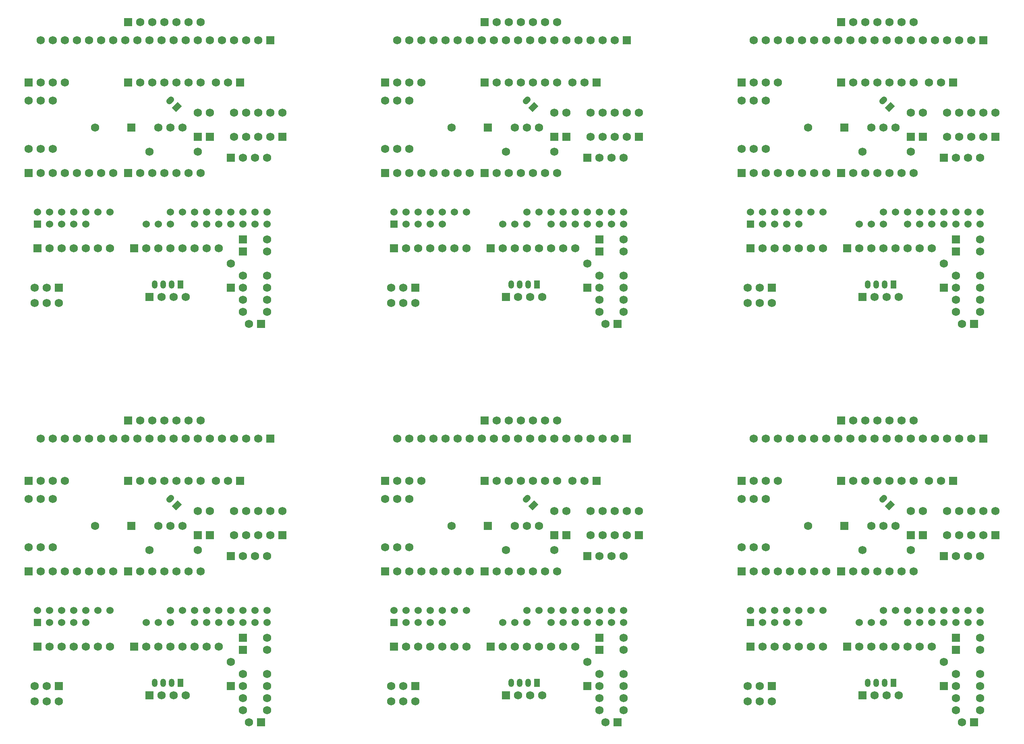
<source format=gbr>
G04 #@! TF.FileFunction,Copper,L1,Top,Signal*
%FSLAX46Y46*%
G04 Gerber Fmt 4.6, Leading zero omitted, Abs format (unit mm)*
G04 Created by KiCad (PCBNEW 4.0.7-e2-6376~58~ubuntu16.04.1) date Mon Dec 10 15:36:52 2018*
%MOMM*%
%LPD*%
G01*
G04 APERTURE LIST*
%ADD10C,0.100000*%
%ADD11R,1.750000X1.750000*%
%ADD12C,1.750000*%
%ADD13R,1.524000X1.524000*%
%ADD14C,1.524000*%
%ADD15C,1.250000*%
%ADD16O,1.200000X1.750000*%
%ADD17R,1.200000X1.750000*%
%ADD18C,0.500000*%
G04 APERTURE END LIST*
D10*
D11*
X31750000Y-146050000D03*
D12*
X34290000Y-146050000D03*
X36830000Y-146050000D03*
X39370000Y-146050000D03*
X41910000Y-146050000D03*
X44450000Y-146050000D03*
X46990000Y-146050000D03*
X49530000Y-146050000D03*
D11*
X80645000Y-177800000D03*
D12*
X78105000Y-177800000D03*
D11*
X76835000Y-160020000D03*
D12*
X81915000Y-160020000D03*
D11*
X74295000Y-170180000D03*
D12*
X74295000Y-165100000D03*
D13*
X33655000Y-156845000D03*
D14*
X33655000Y-154305000D03*
X36195000Y-156845000D03*
X36195000Y-154305000D03*
X38735000Y-156845000D03*
X38735000Y-154305000D03*
X41275000Y-156845000D03*
X41275000Y-154305000D03*
X43815000Y-156845000D03*
X43815000Y-154305000D03*
X46355000Y-154305000D03*
X48895000Y-154305000D03*
X56515000Y-156845000D03*
X59055000Y-156845000D03*
X61595000Y-156845000D03*
X61595000Y-154305000D03*
X64135000Y-154305000D03*
X66675000Y-156845000D03*
X66675000Y-154305000D03*
X69215000Y-156845000D03*
X69215000Y-154305000D03*
X71755000Y-156845000D03*
X71755000Y-154305000D03*
X74295000Y-156845000D03*
X74295000Y-154305000D03*
X76835000Y-156845000D03*
X76835000Y-154305000D03*
X79375000Y-156845000D03*
X79375000Y-154305000D03*
X81915000Y-156845000D03*
X81915000Y-154305000D03*
D11*
X33655000Y-161925000D03*
D12*
X36195000Y-161925000D03*
X38735000Y-161925000D03*
X41275000Y-161925000D03*
X43815000Y-161925000D03*
X46355000Y-161925000D03*
X48895000Y-161925000D03*
D11*
X53975000Y-161925000D03*
D12*
X56515000Y-161925000D03*
X59055000Y-161925000D03*
X61595000Y-161925000D03*
X64135000Y-161925000D03*
X66675000Y-161925000D03*
X69215000Y-161925000D03*
X71755000Y-161925000D03*
D11*
X57125660Y-172155429D03*
D12*
X59665660Y-172155429D03*
X62205660Y-172155429D03*
X64745660Y-172155429D03*
X35572764Y-173407606D03*
X33032764Y-173407606D03*
X38112764Y-173407606D03*
X61595000Y-136525000D03*
X59055000Y-136525000D03*
X64135000Y-136525000D03*
X67310000Y-141605000D03*
X57150000Y-141605000D03*
X31750000Y-140970000D03*
X31750000Y-130810000D03*
X34290000Y-140970000D03*
X34290000Y-130810000D03*
X36830000Y-140970000D03*
X36830000Y-130810000D03*
D11*
X31750000Y-127000000D03*
D12*
X34290000Y-127000000D03*
X36830000Y-127000000D03*
X39370000Y-127000000D03*
D11*
X52705000Y-127000000D03*
D12*
X55245000Y-127000000D03*
X57785000Y-127000000D03*
X60325000Y-127000000D03*
X62865000Y-127000000D03*
X65405000Y-127000000D03*
X67945000Y-127000000D03*
D11*
X76200000Y-127000000D03*
D12*
X73660000Y-127000000D03*
X71120000Y-127000000D03*
D11*
X38112765Y-170232605D03*
D12*
X35572765Y-170232605D03*
X33032765Y-170232605D03*
D11*
X67310000Y-138430000D03*
D12*
X67310000Y-133350000D03*
D11*
X85090000Y-138430000D03*
D12*
X85090000Y-133350000D03*
D10*
G36*
X64009080Y-131986643D02*
X62771643Y-133224080D01*
X61887760Y-132340197D01*
X63125197Y-131102760D01*
X64009080Y-131986643D01*
X64009080Y-131986643D01*
G37*
D15*
X61334803Y-130903357D02*
X61688357Y-130549803D01*
D11*
X82550000Y-118110000D03*
D12*
X80010000Y-118110000D03*
X77470000Y-118110000D03*
X74930000Y-118110000D03*
X72390000Y-118110000D03*
X69850000Y-118110000D03*
X67310000Y-118110000D03*
X64770000Y-118110000D03*
X62230000Y-118110000D03*
X59690000Y-118110000D03*
X57150000Y-118110000D03*
X54610000Y-118110000D03*
X52070000Y-118110000D03*
X49530000Y-118110000D03*
X46990000Y-118110000D03*
X44450000Y-118110000D03*
X41910000Y-118110000D03*
X39370000Y-118110000D03*
X36830000Y-118110000D03*
X34290000Y-118110000D03*
D11*
X52705000Y-114300000D03*
D12*
X55245000Y-114300000D03*
X57785000Y-114300000D03*
X60325000Y-114300000D03*
X62865000Y-114300000D03*
X65405000Y-114300000D03*
X67945000Y-114300000D03*
D11*
X69850000Y-138430000D03*
D12*
X74930000Y-138430000D03*
X77470000Y-138430000D03*
X80010000Y-138430000D03*
X82550000Y-138430000D03*
X82550000Y-133350000D03*
X80010000Y-133350000D03*
X77470000Y-133350000D03*
X74930000Y-133350000D03*
X69850000Y-133350000D03*
D11*
X52705000Y-146050000D03*
D12*
X55245000Y-146050000D03*
X57785000Y-146050000D03*
X60325000Y-146050000D03*
X62865000Y-146050000D03*
X65405000Y-146050000D03*
X67945000Y-146050000D03*
D11*
X74295000Y-142875000D03*
D12*
X76835000Y-142875000D03*
X79375000Y-142875000D03*
X81915000Y-142875000D03*
D11*
X76835000Y-162560000D03*
D12*
X76835000Y-167640000D03*
X76835000Y-170180000D03*
X76835000Y-172720000D03*
X76835000Y-175260000D03*
X81915000Y-175260000D03*
X81915000Y-172720000D03*
X81915000Y-170180000D03*
X81915000Y-167640000D03*
X81915000Y-162560000D03*
D16*
X58260000Y-169545000D03*
D17*
X63660000Y-169545000D03*
D16*
X61860000Y-169545000D03*
X60060000Y-169545000D03*
D11*
X53340000Y-136525000D03*
D12*
X45720000Y-136525000D03*
D11*
X128270000Y-136525000D03*
D12*
X120650000Y-136525000D03*
D16*
X133190000Y-169545000D03*
D17*
X138590000Y-169545000D03*
D16*
X136790000Y-169545000D03*
X134990000Y-169545000D03*
D11*
X151765000Y-162560000D03*
D12*
X151765000Y-167640000D03*
X151765000Y-170180000D03*
X151765000Y-172720000D03*
X151765000Y-175260000D03*
X156845000Y-175260000D03*
X156845000Y-172720000D03*
X156845000Y-170180000D03*
X156845000Y-167640000D03*
X156845000Y-162560000D03*
D11*
X149225000Y-142875000D03*
D12*
X151765000Y-142875000D03*
X154305000Y-142875000D03*
X156845000Y-142875000D03*
D11*
X127635000Y-146050000D03*
D12*
X130175000Y-146050000D03*
X132715000Y-146050000D03*
X135255000Y-146050000D03*
X137795000Y-146050000D03*
X140335000Y-146050000D03*
X142875000Y-146050000D03*
D11*
X144780000Y-138430000D03*
D12*
X149860000Y-138430000D03*
X152400000Y-138430000D03*
X154940000Y-138430000D03*
X157480000Y-138430000D03*
X157480000Y-133350000D03*
X154940000Y-133350000D03*
X152400000Y-133350000D03*
X149860000Y-133350000D03*
X144780000Y-133350000D03*
D11*
X127635000Y-114300000D03*
D12*
X130175000Y-114300000D03*
X132715000Y-114300000D03*
X135255000Y-114300000D03*
X137795000Y-114300000D03*
X140335000Y-114300000D03*
X142875000Y-114300000D03*
D11*
X157480000Y-118110000D03*
D12*
X154940000Y-118110000D03*
X152400000Y-118110000D03*
X149860000Y-118110000D03*
X147320000Y-118110000D03*
X144780000Y-118110000D03*
X142240000Y-118110000D03*
X139700000Y-118110000D03*
X137160000Y-118110000D03*
X134620000Y-118110000D03*
X132080000Y-118110000D03*
X129540000Y-118110000D03*
X127000000Y-118110000D03*
X124460000Y-118110000D03*
X121920000Y-118110000D03*
X119380000Y-118110000D03*
X116840000Y-118110000D03*
X114300000Y-118110000D03*
X111760000Y-118110000D03*
X109220000Y-118110000D03*
D10*
G36*
X138939080Y-131986643D02*
X137701643Y-133224080D01*
X136817760Y-132340197D01*
X138055197Y-131102760D01*
X138939080Y-131986643D01*
X138939080Y-131986643D01*
G37*
D15*
X136264803Y-130903357D02*
X136618357Y-130549803D01*
D11*
X160020000Y-138430000D03*
D12*
X160020000Y-133350000D03*
D11*
X142240000Y-138430000D03*
D12*
X142240000Y-133350000D03*
D11*
X113042765Y-170232605D03*
D12*
X110502765Y-170232605D03*
X107962765Y-170232605D03*
D11*
X151130000Y-127000000D03*
D12*
X148590000Y-127000000D03*
X146050000Y-127000000D03*
D11*
X127635000Y-127000000D03*
D12*
X130175000Y-127000000D03*
X132715000Y-127000000D03*
X135255000Y-127000000D03*
X137795000Y-127000000D03*
X140335000Y-127000000D03*
X142875000Y-127000000D03*
D11*
X106680000Y-127000000D03*
D12*
X109220000Y-127000000D03*
X111760000Y-127000000D03*
X114300000Y-127000000D03*
X111760000Y-140970000D03*
X111760000Y-130810000D03*
X109220000Y-140970000D03*
X109220000Y-130810000D03*
X106680000Y-140970000D03*
X106680000Y-130810000D03*
X142240000Y-141605000D03*
X132080000Y-141605000D03*
X136525000Y-136525000D03*
X133985000Y-136525000D03*
X139065000Y-136525000D03*
X110502764Y-173407606D03*
X107962764Y-173407606D03*
X113042764Y-173407606D03*
D11*
X132055660Y-172155429D03*
D12*
X134595660Y-172155429D03*
X137135660Y-172155429D03*
X139675660Y-172155429D03*
D11*
X128905000Y-161925000D03*
D12*
X131445000Y-161925000D03*
X133985000Y-161925000D03*
X136525000Y-161925000D03*
X139065000Y-161925000D03*
X141605000Y-161925000D03*
X144145000Y-161925000D03*
X146685000Y-161925000D03*
D11*
X108585000Y-161925000D03*
D12*
X111125000Y-161925000D03*
X113665000Y-161925000D03*
X116205000Y-161925000D03*
X118745000Y-161925000D03*
X121285000Y-161925000D03*
X123825000Y-161925000D03*
D13*
X108585000Y-156845000D03*
D14*
X108585000Y-154305000D03*
X111125000Y-156845000D03*
X111125000Y-154305000D03*
X113665000Y-156845000D03*
X113665000Y-154305000D03*
X116205000Y-156845000D03*
X116205000Y-154305000D03*
X118745000Y-156845000D03*
X118745000Y-154305000D03*
X121285000Y-154305000D03*
X123825000Y-154305000D03*
X131445000Y-156845000D03*
X133985000Y-156845000D03*
X136525000Y-156845000D03*
X136525000Y-154305000D03*
X139065000Y-154305000D03*
X141605000Y-156845000D03*
X141605000Y-154305000D03*
X144145000Y-156845000D03*
X144145000Y-154305000D03*
X146685000Y-156845000D03*
X146685000Y-154305000D03*
X149225000Y-156845000D03*
X149225000Y-154305000D03*
X151765000Y-156845000D03*
X151765000Y-154305000D03*
X154305000Y-156845000D03*
X154305000Y-154305000D03*
X156845000Y-156845000D03*
X156845000Y-154305000D03*
D11*
X149225000Y-170180000D03*
D12*
X149225000Y-165100000D03*
D11*
X151765000Y-160020000D03*
D12*
X156845000Y-160020000D03*
D11*
X155575000Y-177800000D03*
D12*
X153035000Y-177800000D03*
D11*
X106680000Y-146050000D03*
D12*
X109220000Y-146050000D03*
X111760000Y-146050000D03*
X114300000Y-146050000D03*
X116840000Y-146050000D03*
X119380000Y-146050000D03*
X121920000Y-146050000D03*
X124460000Y-146050000D03*
D11*
X203200000Y-136525000D03*
D12*
X195580000Y-136525000D03*
D16*
X208120000Y-169545000D03*
D17*
X213520000Y-169545000D03*
D16*
X211720000Y-169545000D03*
X209920000Y-169545000D03*
D11*
X226695000Y-162560000D03*
D12*
X226695000Y-167640000D03*
X226695000Y-170180000D03*
X226695000Y-172720000D03*
X226695000Y-175260000D03*
X231775000Y-175260000D03*
X231775000Y-172720000D03*
X231775000Y-170180000D03*
X231775000Y-167640000D03*
X231775000Y-162560000D03*
D11*
X224155000Y-142875000D03*
D12*
X226695000Y-142875000D03*
X229235000Y-142875000D03*
X231775000Y-142875000D03*
D11*
X202565000Y-146050000D03*
D12*
X205105000Y-146050000D03*
X207645000Y-146050000D03*
X210185000Y-146050000D03*
X212725000Y-146050000D03*
X215265000Y-146050000D03*
X217805000Y-146050000D03*
D11*
X219710000Y-138430000D03*
D12*
X224790000Y-138430000D03*
X227330000Y-138430000D03*
X229870000Y-138430000D03*
X232410000Y-138430000D03*
X232410000Y-133350000D03*
X229870000Y-133350000D03*
X227330000Y-133350000D03*
X224790000Y-133350000D03*
X219710000Y-133350000D03*
D11*
X202565000Y-114300000D03*
D12*
X205105000Y-114300000D03*
X207645000Y-114300000D03*
X210185000Y-114300000D03*
X212725000Y-114300000D03*
X215265000Y-114300000D03*
X217805000Y-114300000D03*
D11*
X232410000Y-118110000D03*
D12*
X229870000Y-118110000D03*
X227330000Y-118110000D03*
X224790000Y-118110000D03*
X222250000Y-118110000D03*
X219710000Y-118110000D03*
X217170000Y-118110000D03*
X214630000Y-118110000D03*
X212090000Y-118110000D03*
X209550000Y-118110000D03*
X207010000Y-118110000D03*
X204470000Y-118110000D03*
X201930000Y-118110000D03*
X199390000Y-118110000D03*
X196850000Y-118110000D03*
X194310000Y-118110000D03*
X191770000Y-118110000D03*
X189230000Y-118110000D03*
X186690000Y-118110000D03*
X184150000Y-118110000D03*
D10*
G36*
X213869080Y-131986643D02*
X212631643Y-133224080D01*
X211747760Y-132340197D01*
X212985197Y-131102760D01*
X213869080Y-131986643D01*
X213869080Y-131986643D01*
G37*
D15*
X211194803Y-130903357D02*
X211548357Y-130549803D01*
D11*
X234950000Y-138430000D03*
D12*
X234950000Y-133350000D03*
D11*
X217170000Y-138430000D03*
D12*
X217170000Y-133350000D03*
D11*
X187972765Y-170232605D03*
D12*
X185432765Y-170232605D03*
X182892765Y-170232605D03*
D11*
X226060000Y-127000000D03*
D12*
X223520000Y-127000000D03*
X220980000Y-127000000D03*
D11*
X202565000Y-127000000D03*
D12*
X205105000Y-127000000D03*
X207645000Y-127000000D03*
X210185000Y-127000000D03*
X212725000Y-127000000D03*
X215265000Y-127000000D03*
X217805000Y-127000000D03*
D11*
X181610000Y-127000000D03*
D12*
X184150000Y-127000000D03*
X186690000Y-127000000D03*
X189230000Y-127000000D03*
X186690000Y-140970000D03*
X186690000Y-130810000D03*
X184150000Y-140970000D03*
X184150000Y-130810000D03*
X181610000Y-140970000D03*
X181610000Y-130810000D03*
X217170000Y-141605000D03*
X207010000Y-141605000D03*
X211455000Y-136525000D03*
X208915000Y-136525000D03*
X213995000Y-136525000D03*
X185432764Y-173407606D03*
X182892764Y-173407606D03*
X187972764Y-173407606D03*
D11*
X206985660Y-172155429D03*
D12*
X209525660Y-172155429D03*
X212065660Y-172155429D03*
X214605660Y-172155429D03*
D11*
X203835000Y-161925000D03*
D12*
X206375000Y-161925000D03*
X208915000Y-161925000D03*
X211455000Y-161925000D03*
X213995000Y-161925000D03*
X216535000Y-161925000D03*
X219075000Y-161925000D03*
X221615000Y-161925000D03*
D11*
X183515000Y-161925000D03*
D12*
X186055000Y-161925000D03*
X188595000Y-161925000D03*
X191135000Y-161925000D03*
X193675000Y-161925000D03*
X196215000Y-161925000D03*
X198755000Y-161925000D03*
D13*
X183515000Y-156845000D03*
D14*
X183515000Y-154305000D03*
X186055000Y-156845000D03*
X186055000Y-154305000D03*
X188595000Y-156845000D03*
X188595000Y-154305000D03*
X191135000Y-156845000D03*
X191135000Y-154305000D03*
X193675000Y-156845000D03*
X193675000Y-154305000D03*
X196215000Y-154305000D03*
X198755000Y-154305000D03*
X206375000Y-156845000D03*
X208915000Y-156845000D03*
X211455000Y-156845000D03*
X211455000Y-154305000D03*
X213995000Y-154305000D03*
X216535000Y-156845000D03*
X216535000Y-154305000D03*
X219075000Y-156845000D03*
X219075000Y-154305000D03*
X221615000Y-156845000D03*
X221615000Y-154305000D03*
X224155000Y-156845000D03*
X224155000Y-154305000D03*
X226695000Y-156845000D03*
X226695000Y-154305000D03*
X229235000Y-156845000D03*
X229235000Y-154305000D03*
X231775000Y-156845000D03*
X231775000Y-154305000D03*
D11*
X224155000Y-170180000D03*
D12*
X224155000Y-165100000D03*
D11*
X226695000Y-160020000D03*
D12*
X231775000Y-160020000D03*
D11*
X230505000Y-177800000D03*
D12*
X227965000Y-177800000D03*
D11*
X181610000Y-146050000D03*
D12*
X184150000Y-146050000D03*
X186690000Y-146050000D03*
X189230000Y-146050000D03*
X191770000Y-146050000D03*
X194310000Y-146050000D03*
X196850000Y-146050000D03*
X199390000Y-146050000D03*
D11*
X181610000Y-62230000D03*
D12*
X184150000Y-62230000D03*
X186690000Y-62230000D03*
X189230000Y-62230000D03*
X191770000Y-62230000D03*
X194310000Y-62230000D03*
X196850000Y-62230000D03*
X199390000Y-62230000D03*
D11*
X230505000Y-93980000D03*
D12*
X227965000Y-93980000D03*
D11*
X226695000Y-76200000D03*
D12*
X231775000Y-76200000D03*
D11*
X224155000Y-86360000D03*
D12*
X224155000Y-81280000D03*
D13*
X183515000Y-73025000D03*
D14*
X183515000Y-70485000D03*
X186055000Y-73025000D03*
X186055000Y-70485000D03*
X188595000Y-73025000D03*
X188595000Y-70485000D03*
X191135000Y-73025000D03*
X191135000Y-70485000D03*
X193675000Y-73025000D03*
X193675000Y-70485000D03*
X196215000Y-70485000D03*
X198755000Y-70485000D03*
X206375000Y-73025000D03*
X208915000Y-73025000D03*
X211455000Y-73025000D03*
X211455000Y-70485000D03*
X213995000Y-70485000D03*
X216535000Y-73025000D03*
X216535000Y-70485000D03*
X219075000Y-73025000D03*
X219075000Y-70485000D03*
X221615000Y-73025000D03*
X221615000Y-70485000D03*
X224155000Y-73025000D03*
X224155000Y-70485000D03*
X226695000Y-73025000D03*
X226695000Y-70485000D03*
X229235000Y-73025000D03*
X229235000Y-70485000D03*
X231775000Y-73025000D03*
X231775000Y-70485000D03*
D11*
X183515000Y-78105000D03*
D12*
X186055000Y-78105000D03*
X188595000Y-78105000D03*
X191135000Y-78105000D03*
X193675000Y-78105000D03*
X196215000Y-78105000D03*
X198755000Y-78105000D03*
D11*
X203835000Y-78105000D03*
D12*
X206375000Y-78105000D03*
X208915000Y-78105000D03*
X211455000Y-78105000D03*
X213995000Y-78105000D03*
X216535000Y-78105000D03*
X219075000Y-78105000D03*
X221615000Y-78105000D03*
D11*
X206985660Y-88335429D03*
D12*
X209525660Y-88335429D03*
X212065660Y-88335429D03*
X214605660Y-88335429D03*
X185432764Y-89587606D03*
X182892764Y-89587606D03*
X187972764Y-89587606D03*
X211455000Y-52705000D03*
X208915000Y-52705000D03*
X213995000Y-52705000D03*
X217170000Y-57785000D03*
X207010000Y-57785000D03*
X181610000Y-57150000D03*
X181610000Y-46990000D03*
X184150000Y-57150000D03*
X184150000Y-46990000D03*
X186690000Y-57150000D03*
X186690000Y-46990000D03*
D11*
X181610000Y-43180000D03*
D12*
X184150000Y-43180000D03*
X186690000Y-43180000D03*
X189230000Y-43180000D03*
D11*
X202565000Y-43180000D03*
D12*
X205105000Y-43180000D03*
X207645000Y-43180000D03*
X210185000Y-43180000D03*
X212725000Y-43180000D03*
X215265000Y-43180000D03*
X217805000Y-43180000D03*
D11*
X226060000Y-43180000D03*
D12*
X223520000Y-43180000D03*
X220980000Y-43180000D03*
D11*
X187972765Y-86412605D03*
D12*
X185432765Y-86412605D03*
X182892765Y-86412605D03*
D11*
X217170000Y-54610000D03*
D12*
X217170000Y-49530000D03*
D11*
X234950000Y-54610000D03*
D12*
X234950000Y-49530000D03*
D10*
G36*
X213869080Y-48166643D02*
X212631643Y-49404080D01*
X211747760Y-48520197D01*
X212985197Y-47282760D01*
X213869080Y-48166643D01*
X213869080Y-48166643D01*
G37*
D15*
X211194803Y-47083357D02*
X211548357Y-46729803D01*
D11*
X232410000Y-34290000D03*
D12*
X229870000Y-34290000D03*
X227330000Y-34290000D03*
X224790000Y-34290000D03*
X222250000Y-34290000D03*
X219710000Y-34290000D03*
X217170000Y-34290000D03*
X214630000Y-34290000D03*
X212090000Y-34290000D03*
X209550000Y-34290000D03*
X207010000Y-34290000D03*
X204470000Y-34290000D03*
X201930000Y-34290000D03*
X199390000Y-34290000D03*
X196850000Y-34290000D03*
X194310000Y-34290000D03*
X191770000Y-34290000D03*
X189230000Y-34290000D03*
X186690000Y-34290000D03*
X184150000Y-34290000D03*
D11*
X202565000Y-30480000D03*
D12*
X205105000Y-30480000D03*
X207645000Y-30480000D03*
X210185000Y-30480000D03*
X212725000Y-30480000D03*
X215265000Y-30480000D03*
X217805000Y-30480000D03*
D11*
X219710000Y-54610000D03*
D12*
X224790000Y-54610000D03*
X227330000Y-54610000D03*
X229870000Y-54610000D03*
X232410000Y-54610000D03*
X232410000Y-49530000D03*
X229870000Y-49530000D03*
X227330000Y-49530000D03*
X224790000Y-49530000D03*
X219710000Y-49530000D03*
D11*
X202565000Y-62230000D03*
D12*
X205105000Y-62230000D03*
X207645000Y-62230000D03*
X210185000Y-62230000D03*
X212725000Y-62230000D03*
X215265000Y-62230000D03*
X217805000Y-62230000D03*
D11*
X224155000Y-59055000D03*
D12*
X226695000Y-59055000D03*
X229235000Y-59055000D03*
X231775000Y-59055000D03*
D11*
X226695000Y-78740000D03*
D12*
X226695000Y-83820000D03*
X226695000Y-86360000D03*
X226695000Y-88900000D03*
X226695000Y-91440000D03*
X231775000Y-91440000D03*
X231775000Y-88900000D03*
X231775000Y-86360000D03*
X231775000Y-83820000D03*
X231775000Y-78740000D03*
D16*
X208120000Y-85725000D03*
D17*
X213520000Y-85725000D03*
D16*
X211720000Y-85725000D03*
X209920000Y-85725000D03*
D11*
X203200000Y-52705000D03*
D12*
X195580000Y-52705000D03*
D11*
X106680000Y-62230000D03*
D12*
X109220000Y-62230000D03*
X111760000Y-62230000D03*
X114300000Y-62230000D03*
X116840000Y-62230000D03*
X119380000Y-62230000D03*
X121920000Y-62230000D03*
X124460000Y-62230000D03*
D11*
X155575000Y-93980000D03*
D12*
X153035000Y-93980000D03*
D11*
X151765000Y-76200000D03*
D12*
X156845000Y-76200000D03*
D11*
X149225000Y-86360000D03*
D12*
X149225000Y-81280000D03*
D13*
X108585000Y-73025000D03*
D14*
X108585000Y-70485000D03*
X111125000Y-73025000D03*
X111125000Y-70485000D03*
X113665000Y-73025000D03*
X113665000Y-70485000D03*
X116205000Y-73025000D03*
X116205000Y-70485000D03*
X118745000Y-73025000D03*
X118745000Y-70485000D03*
X121285000Y-70485000D03*
X123825000Y-70485000D03*
X131445000Y-73025000D03*
X133985000Y-73025000D03*
X136525000Y-73025000D03*
X136525000Y-70485000D03*
X139065000Y-70485000D03*
X141605000Y-73025000D03*
X141605000Y-70485000D03*
X144145000Y-73025000D03*
X144145000Y-70485000D03*
X146685000Y-73025000D03*
X146685000Y-70485000D03*
X149225000Y-73025000D03*
X149225000Y-70485000D03*
X151765000Y-73025000D03*
X151765000Y-70485000D03*
X154305000Y-73025000D03*
X154305000Y-70485000D03*
X156845000Y-73025000D03*
X156845000Y-70485000D03*
D11*
X108585000Y-78105000D03*
D12*
X111125000Y-78105000D03*
X113665000Y-78105000D03*
X116205000Y-78105000D03*
X118745000Y-78105000D03*
X121285000Y-78105000D03*
X123825000Y-78105000D03*
D11*
X128905000Y-78105000D03*
D12*
X131445000Y-78105000D03*
X133985000Y-78105000D03*
X136525000Y-78105000D03*
X139065000Y-78105000D03*
X141605000Y-78105000D03*
X144145000Y-78105000D03*
X146685000Y-78105000D03*
D11*
X132055660Y-88335429D03*
D12*
X134595660Y-88335429D03*
X137135660Y-88335429D03*
X139675660Y-88335429D03*
X110502764Y-89587606D03*
X107962764Y-89587606D03*
X113042764Y-89587606D03*
X136525000Y-52705000D03*
X133985000Y-52705000D03*
X139065000Y-52705000D03*
X142240000Y-57785000D03*
X132080000Y-57785000D03*
X106680000Y-57150000D03*
X106680000Y-46990000D03*
X109220000Y-57150000D03*
X109220000Y-46990000D03*
X111760000Y-57150000D03*
X111760000Y-46990000D03*
D11*
X106680000Y-43180000D03*
D12*
X109220000Y-43180000D03*
X111760000Y-43180000D03*
X114300000Y-43180000D03*
D11*
X127635000Y-43180000D03*
D12*
X130175000Y-43180000D03*
X132715000Y-43180000D03*
X135255000Y-43180000D03*
X137795000Y-43180000D03*
X140335000Y-43180000D03*
X142875000Y-43180000D03*
D11*
X151130000Y-43180000D03*
D12*
X148590000Y-43180000D03*
X146050000Y-43180000D03*
D11*
X113042765Y-86412605D03*
D12*
X110502765Y-86412605D03*
X107962765Y-86412605D03*
D11*
X142240000Y-54610000D03*
D12*
X142240000Y-49530000D03*
D11*
X160020000Y-54610000D03*
D12*
X160020000Y-49530000D03*
D10*
G36*
X138939080Y-48166643D02*
X137701643Y-49404080D01*
X136817760Y-48520197D01*
X138055197Y-47282760D01*
X138939080Y-48166643D01*
X138939080Y-48166643D01*
G37*
D15*
X136264803Y-47083357D02*
X136618357Y-46729803D01*
D11*
X157480000Y-34290000D03*
D12*
X154940000Y-34290000D03*
X152400000Y-34290000D03*
X149860000Y-34290000D03*
X147320000Y-34290000D03*
X144780000Y-34290000D03*
X142240000Y-34290000D03*
X139700000Y-34290000D03*
X137160000Y-34290000D03*
X134620000Y-34290000D03*
X132080000Y-34290000D03*
X129540000Y-34290000D03*
X127000000Y-34290000D03*
X124460000Y-34290000D03*
X121920000Y-34290000D03*
X119380000Y-34290000D03*
X116840000Y-34290000D03*
X114300000Y-34290000D03*
X111760000Y-34290000D03*
X109220000Y-34290000D03*
D11*
X127635000Y-30480000D03*
D12*
X130175000Y-30480000D03*
X132715000Y-30480000D03*
X135255000Y-30480000D03*
X137795000Y-30480000D03*
X140335000Y-30480000D03*
X142875000Y-30480000D03*
D11*
X144780000Y-54610000D03*
D12*
X149860000Y-54610000D03*
X152400000Y-54610000D03*
X154940000Y-54610000D03*
X157480000Y-54610000D03*
X157480000Y-49530000D03*
X154940000Y-49530000D03*
X152400000Y-49530000D03*
X149860000Y-49530000D03*
X144780000Y-49530000D03*
D11*
X127635000Y-62230000D03*
D12*
X130175000Y-62230000D03*
X132715000Y-62230000D03*
X135255000Y-62230000D03*
X137795000Y-62230000D03*
X140335000Y-62230000D03*
X142875000Y-62230000D03*
D11*
X149225000Y-59055000D03*
D12*
X151765000Y-59055000D03*
X154305000Y-59055000D03*
X156845000Y-59055000D03*
D11*
X151765000Y-78740000D03*
D12*
X151765000Y-83820000D03*
X151765000Y-86360000D03*
X151765000Y-88900000D03*
X151765000Y-91440000D03*
X156845000Y-91440000D03*
X156845000Y-88900000D03*
X156845000Y-86360000D03*
X156845000Y-83820000D03*
X156845000Y-78740000D03*
D16*
X133190000Y-85725000D03*
D17*
X138590000Y-85725000D03*
D16*
X136790000Y-85725000D03*
X134990000Y-85725000D03*
D11*
X128270000Y-52705000D03*
D12*
X120650000Y-52705000D03*
D11*
X53340000Y-52705000D03*
D12*
X45720000Y-52705000D03*
D16*
X58260000Y-85725000D03*
D17*
X63660000Y-85725000D03*
D16*
X61860000Y-85725000D03*
X60060000Y-85725000D03*
D11*
X76835000Y-78740000D03*
D12*
X76835000Y-83820000D03*
X76835000Y-86360000D03*
X76835000Y-88900000D03*
X76835000Y-91440000D03*
X81915000Y-91440000D03*
X81915000Y-88900000D03*
X81915000Y-86360000D03*
X81915000Y-83820000D03*
X81915000Y-78740000D03*
D11*
X74295000Y-59055000D03*
D12*
X76835000Y-59055000D03*
X79375000Y-59055000D03*
X81915000Y-59055000D03*
D11*
X52705000Y-62230000D03*
D12*
X55245000Y-62230000D03*
X57785000Y-62230000D03*
X60325000Y-62230000D03*
X62865000Y-62230000D03*
X65405000Y-62230000D03*
X67945000Y-62230000D03*
D11*
X69850000Y-54610000D03*
D12*
X74930000Y-54610000D03*
X77470000Y-54610000D03*
X80010000Y-54610000D03*
X82550000Y-54610000D03*
X82550000Y-49530000D03*
X80010000Y-49530000D03*
X77470000Y-49530000D03*
X74930000Y-49530000D03*
X69850000Y-49530000D03*
D11*
X52705000Y-30480000D03*
D12*
X55245000Y-30480000D03*
X57785000Y-30480000D03*
X60325000Y-30480000D03*
X62865000Y-30480000D03*
X65405000Y-30480000D03*
X67945000Y-30480000D03*
D11*
X82550000Y-34290000D03*
D12*
X80010000Y-34290000D03*
X77470000Y-34290000D03*
X74930000Y-34290000D03*
X72390000Y-34290000D03*
X69850000Y-34290000D03*
X67310000Y-34290000D03*
X64770000Y-34290000D03*
X62230000Y-34290000D03*
X59690000Y-34290000D03*
X57150000Y-34290000D03*
X54610000Y-34290000D03*
X52070000Y-34290000D03*
X49530000Y-34290000D03*
X46990000Y-34290000D03*
X44450000Y-34290000D03*
X41910000Y-34290000D03*
X39370000Y-34290000D03*
X36830000Y-34290000D03*
X34290000Y-34290000D03*
D10*
G36*
X64009080Y-48166643D02*
X62771643Y-49404080D01*
X61887760Y-48520197D01*
X63125197Y-47282760D01*
X64009080Y-48166643D01*
X64009080Y-48166643D01*
G37*
D15*
X61334803Y-47083357D02*
X61688357Y-46729803D01*
D11*
X85090000Y-54610000D03*
D12*
X85090000Y-49530000D03*
D11*
X67310000Y-54610000D03*
D12*
X67310000Y-49530000D03*
D11*
X38112765Y-86412605D03*
D12*
X35572765Y-86412605D03*
X33032765Y-86412605D03*
D11*
X76200000Y-43180000D03*
D12*
X73660000Y-43180000D03*
X71120000Y-43180000D03*
D11*
X52705000Y-43180000D03*
D12*
X55245000Y-43180000D03*
X57785000Y-43180000D03*
X60325000Y-43180000D03*
X62865000Y-43180000D03*
X65405000Y-43180000D03*
X67945000Y-43180000D03*
D11*
X31750000Y-43180000D03*
D12*
X34290000Y-43180000D03*
X36830000Y-43180000D03*
X39370000Y-43180000D03*
X36830000Y-57150000D03*
X36830000Y-46990000D03*
X34290000Y-57150000D03*
X34290000Y-46990000D03*
X31750000Y-57150000D03*
X31750000Y-46990000D03*
X67310000Y-57785000D03*
X57150000Y-57785000D03*
X61595000Y-52705000D03*
X59055000Y-52705000D03*
X64135000Y-52705000D03*
X35572764Y-89587606D03*
X33032764Y-89587606D03*
X38112764Y-89587606D03*
D11*
X57125660Y-88335429D03*
D12*
X59665660Y-88335429D03*
X62205660Y-88335429D03*
X64745660Y-88335429D03*
D11*
X53975000Y-78105000D03*
D12*
X56515000Y-78105000D03*
X59055000Y-78105000D03*
X61595000Y-78105000D03*
X64135000Y-78105000D03*
X66675000Y-78105000D03*
X69215000Y-78105000D03*
X71755000Y-78105000D03*
D11*
X33655000Y-78105000D03*
D12*
X36195000Y-78105000D03*
X38735000Y-78105000D03*
X41275000Y-78105000D03*
X43815000Y-78105000D03*
X46355000Y-78105000D03*
X48895000Y-78105000D03*
D13*
X33655000Y-73025000D03*
D14*
X33655000Y-70485000D03*
X36195000Y-73025000D03*
X36195000Y-70485000D03*
X38735000Y-73025000D03*
X38735000Y-70485000D03*
X41275000Y-73025000D03*
X41275000Y-70485000D03*
X43815000Y-73025000D03*
X43815000Y-70485000D03*
X46355000Y-70485000D03*
X48895000Y-70485000D03*
X56515000Y-73025000D03*
X59055000Y-73025000D03*
X61595000Y-73025000D03*
X61595000Y-70485000D03*
X64135000Y-70485000D03*
X66675000Y-73025000D03*
X66675000Y-70485000D03*
X69215000Y-73025000D03*
X69215000Y-70485000D03*
X71755000Y-73025000D03*
X71755000Y-70485000D03*
X74295000Y-73025000D03*
X74295000Y-70485000D03*
X76835000Y-73025000D03*
X76835000Y-70485000D03*
X79375000Y-73025000D03*
X79375000Y-70485000D03*
X81915000Y-73025000D03*
X81915000Y-70485000D03*
D11*
X74295000Y-86360000D03*
D12*
X74295000Y-81280000D03*
D11*
X76835000Y-76200000D03*
D12*
X81915000Y-76200000D03*
D11*
X80645000Y-93980000D03*
D12*
X78105000Y-93980000D03*
D11*
X31750000Y-62230000D03*
D12*
X34290000Y-62230000D03*
X36830000Y-62230000D03*
X39370000Y-62230000D03*
X41910000Y-62230000D03*
X44450000Y-62230000D03*
X46990000Y-62230000D03*
X49530000Y-62230000D03*
D18*
X38112764Y-170232606D02*
X38112765Y-170232605D01*
X113042764Y-170232606D02*
X113042765Y-170232605D01*
X187972764Y-170232606D02*
X187972765Y-170232605D01*
X187972764Y-86412606D02*
X187972765Y-86412605D01*
X113042764Y-86412606D02*
X113042765Y-86412605D01*
X38112764Y-86412606D02*
X38112765Y-86412605D01*
M02*

</source>
